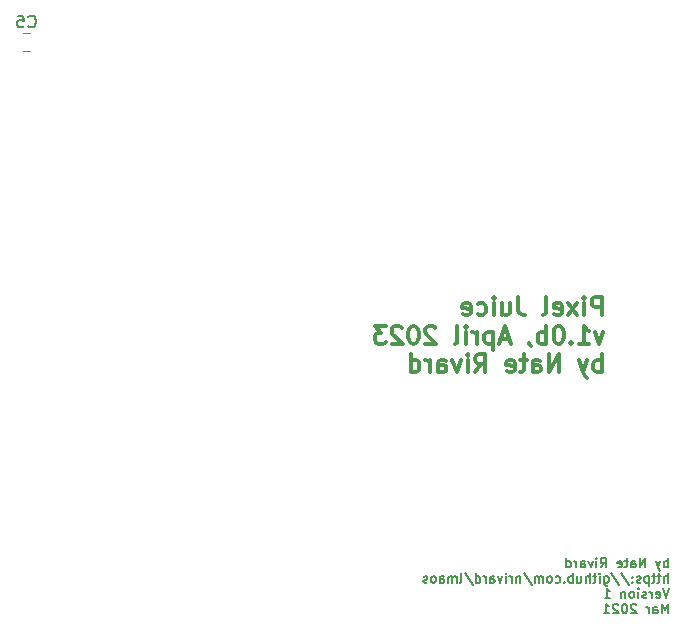
<source format=gbr>
%TF.GenerationSoftware,KiCad,Pcbnew,(6.0.5-0)*%
%TF.CreationDate,2023-04-14T17:42:22+02:00*%
%TF.ProjectId,pixel juice,70697865-6c20-46a7-9569-63652e6b6963,rev?*%
%TF.SameCoordinates,Original*%
%TF.FileFunction,Legend,Bot*%
%TF.FilePolarity,Positive*%
%FSLAX46Y46*%
G04 Gerber Fmt 4.6, Leading zero omitted, Abs format (unit mm)*
G04 Created by KiCad (PCBNEW (6.0.5-0)) date 2023-04-14 17:42:22*
%MOMM*%
%LPD*%
G01*
G04 APERTURE LIST*
%ADD10C,0.150000*%
%ADD11C,0.300000*%
%ADD12C,0.120000*%
G04 APERTURE END LIST*
D10*
X192112023Y-124029904D02*
X192112023Y-123229904D01*
X192112023Y-123534666D02*
X192035833Y-123496571D01*
X191883452Y-123496571D01*
X191807261Y-123534666D01*
X191769166Y-123572761D01*
X191731071Y-123648952D01*
X191731071Y-123877523D01*
X191769166Y-123953714D01*
X191807261Y-123991809D01*
X191883452Y-124029904D01*
X192035833Y-124029904D01*
X192112023Y-123991809D01*
X191464404Y-123496571D02*
X191273928Y-124029904D01*
X191083452Y-123496571D02*
X191273928Y-124029904D01*
X191350119Y-124220380D01*
X191388214Y-124258476D01*
X191464404Y-124296571D01*
X190169166Y-124029904D02*
X190169166Y-123229904D01*
X189712023Y-124029904D01*
X189712023Y-123229904D01*
X188988214Y-124029904D02*
X188988214Y-123610857D01*
X189026309Y-123534666D01*
X189102500Y-123496571D01*
X189254880Y-123496571D01*
X189331071Y-123534666D01*
X188988214Y-123991809D02*
X189064404Y-124029904D01*
X189254880Y-124029904D01*
X189331071Y-123991809D01*
X189369166Y-123915619D01*
X189369166Y-123839428D01*
X189331071Y-123763238D01*
X189254880Y-123725142D01*
X189064404Y-123725142D01*
X188988214Y-123687047D01*
X188721547Y-123496571D02*
X188416785Y-123496571D01*
X188607261Y-123229904D02*
X188607261Y-123915619D01*
X188569166Y-123991809D01*
X188492976Y-124029904D01*
X188416785Y-124029904D01*
X187845357Y-123991809D02*
X187921547Y-124029904D01*
X188073928Y-124029904D01*
X188150119Y-123991809D01*
X188188214Y-123915619D01*
X188188214Y-123610857D01*
X188150119Y-123534666D01*
X188073928Y-123496571D01*
X187921547Y-123496571D01*
X187845357Y-123534666D01*
X187807261Y-123610857D01*
X187807261Y-123687047D01*
X188188214Y-123763238D01*
X186397738Y-124029904D02*
X186664404Y-123648952D01*
X186854880Y-124029904D02*
X186854880Y-123229904D01*
X186550119Y-123229904D01*
X186473928Y-123268000D01*
X186435833Y-123306095D01*
X186397738Y-123382285D01*
X186397738Y-123496571D01*
X186435833Y-123572761D01*
X186473928Y-123610857D01*
X186550119Y-123648952D01*
X186854880Y-123648952D01*
X186054880Y-124029904D02*
X186054880Y-123496571D01*
X186054880Y-123229904D02*
X186092976Y-123268000D01*
X186054880Y-123306095D01*
X186016785Y-123268000D01*
X186054880Y-123229904D01*
X186054880Y-123306095D01*
X185750119Y-123496571D02*
X185559642Y-124029904D01*
X185369166Y-123496571D01*
X184721547Y-124029904D02*
X184721547Y-123610857D01*
X184759642Y-123534666D01*
X184835833Y-123496571D01*
X184988214Y-123496571D01*
X185064404Y-123534666D01*
X184721547Y-123991809D02*
X184797738Y-124029904D01*
X184988214Y-124029904D01*
X185064404Y-123991809D01*
X185102500Y-123915619D01*
X185102500Y-123839428D01*
X185064404Y-123763238D01*
X184988214Y-123725142D01*
X184797738Y-123725142D01*
X184721547Y-123687047D01*
X184340595Y-124029904D02*
X184340595Y-123496571D01*
X184340595Y-123648952D02*
X184302500Y-123572761D01*
X184264404Y-123534666D01*
X184188214Y-123496571D01*
X184112023Y-123496571D01*
X183502500Y-124029904D02*
X183502500Y-123229904D01*
X183502500Y-123991809D02*
X183578690Y-124029904D01*
X183731071Y-124029904D01*
X183807261Y-123991809D01*
X183845357Y-123953714D01*
X183883452Y-123877523D01*
X183883452Y-123648952D01*
X183845357Y-123572761D01*
X183807261Y-123534666D01*
X183731071Y-123496571D01*
X183578690Y-123496571D01*
X183502500Y-123534666D01*
X192112023Y-125317904D02*
X192112023Y-124517904D01*
X191769166Y-125317904D02*
X191769166Y-124898857D01*
X191807261Y-124822666D01*
X191883452Y-124784571D01*
X191997738Y-124784571D01*
X192073928Y-124822666D01*
X192112023Y-124860761D01*
X191502500Y-124784571D02*
X191197738Y-124784571D01*
X191388214Y-124517904D02*
X191388214Y-125203619D01*
X191350119Y-125279809D01*
X191273928Y-125317904D01*
X191197738Y-125317904D01*
X191045357Y-124784571D02*
X190740595Y-124784571D01*
X190931071Y-124517904D02*
X190931071Y-125203619D01*
X190892976Y-125279809D01*
X190816785Y-125317904D01*
X190740595Y-125317904D01*
X190473928Y-124784571D02*
X190473928Y-125584571D01*
X190473928Y-124822666D02*
X190397738Y-124784571D01*
X190245357Y-124784571D01*
X190169166Y-124822666D01*
X190131071Y-124860761D01*
X190092976Y-124936952D01*
X190092976Y-125165523D01*
X190131071Y-125241714D01*
X190169166Y-125279809D01*
X190245357Y-125317904D01*
X190397738Y-125317904D01*
X190473928Y-125279809D01*
X189788214Y-125279809D02*
X189712023Y-125317904D01*
X189559642Y-125317904D01*
X189483452Y-125279809D01*
X189445357Y-125203619D01*
X189445357Y-125165523D01*
X189483452Y-125089333D01*
X189559642Y-125051238D01*
X189673928Y-125051238D01*
X189750119Y-125013142D01*
X189788214Y-124936952D01*
X189788214Y-124898857D01*
X189750119Y-124822666D01*
X189673928Y-124784571D01*
X189559642Y-124784571D01*
X189483452Y-124822666D01*
X189102500Y-125241714D02*
X189064404Y-125279809D01*
X189102500Y-125317904D01*
X189140595Y-125279809D01*
X189102500Y-125241714D01*
X189102500Y-125317904D01*
X189102500Y-124822666D02*
X189064404Y-124860761D01*
X189102500Y-124898857D01*
X189140595Y-124860761D01*
X189102500Y-124822666D01*
X189102500Y-124898857D01*
X188150119Y-124479809D02*
X188835833Y-125508380D01*
X187312023Y-124479809D02*
X187997738Y-125508380D01*
X186702499Y-124784571D02*
X186702499Y-125432190D01*
X186740595Y-125508380D01*
X186778690Y-125546476D01*
X186854880Y-125584571D01*
X186969166Y-125584571D01*
X187045357Y-125546476D01*
X186702499Y-125279809D02*
X186778690Y-125317904D01*
X186931071Y-125317904D01*
X187007261Y-125279809D01*
X187045357Y-125241714D01*
X187083452Y-125165523D01*
X187083452Y-124936952D01*
X187045357Y-124860761D01*
X187007261Y-124822666D01*
X186931071Y-124784571D01*
X186778690Y-124784571D01*
X186702499Y-124822666D01*
X186321547Y-125317904D02*
X186321547Y-124784571D01*
X186321547Y-124517904D02*
X186359642Y-124556000D01*
X186321547Y-124594095D01*
X186283452Y-124556000D01*
X186321547Y-124517904D01*
X186321547Y-124594095D01*
X186054880Y-124784571D02*
X185750119Y-124784571D01*
X185940595Y-124517904D02*
X185940595Y-125203619D01*
X185902499Y-125279809D01*
X185826309Y-125317904D01*
X185750119Y-125317904D01*
X185483452Y-125317904D02*
X185483452Y-124517904D01*
X185140595Y-125317904D02*
X185140595Y-124898857D01*
X185178690Y-124822666D01*
X185254880Y-124784571D01*
X185369166Y-124784571D01*
X185445357Y-124822666D01*
X185483452Y-124860761D01*
X184416785Y-124784571D02*
X184416785Y-125317904D01*
X184759642Y-124784571D02*
X184759642Y-125203619D01*
X184721547Y-125279809D01*
X184645357Y-125317904D01*
X184531071Y-125317904D01*
X184454880Y-125279809D01*
X184416785Y-125241714D01*
X184035833Y-125317904D02*
X184035833Y-124517904D01*
X184035833Y-124822666D02*
X183959642Y-124784571D01*
X183807261Y-124784571D01*
X183731071Y-124822666D01*
X183692976Y-124860761D01*
X183654880Y-124936952D01*
X183654880Y-125165523D01*
X183692976Y-125241714D01*
X183731071Y-125279809D01*
X183807261Y-125317904D01*
X183959642Y-125317904D01*
X184035833Y-125279809D01*
X183312023Y-125241714D02*
X183273928Y-125279809D01*
X183312023Y-125317904D01*
X183350119Y-125279809D01*
X183312023Y-125241714D01*
X183312023Y-125317904D01*
X182588214Y-125279809D02*
X182664404Y-125317904D01*
X182816785Y-125317904D01*
X182892976Y-125279809D01*
X182931071Y-125241714D01*
X182969166Y-125165523D01*
X182969166Y-124936952D01*
X182931071Y-124860761D01*
X182892976Y-124822666D01*
X182816785Y-124784571D01*
X182664404Y-124784571D01*
X182588214Y-124822666D01*
X182131071Y-125317904D02*
X182207261Y-125279809D01*
X182245357Y-125241714D01*
X182283452Y-125165523D01*
X182283452Y-124936952D01*
X182245357Y-124860761D01*
X182207261Y-124822666D01*
X182131071Y-124784571D01*
X182016785Y-124784571D01*
X181940595Y-124822666D01*
X181902499Y-124860761D01*
X181864404Y-124936952D01*
X181864404Y-125165523D01*
X181902499Y-125241714D01*
X181940595Y-125279809D01*
X182016785Y-125317904D01*
X182131071Y-125317904D01*
X181521547Y-125317904D02*
X181521547Y-124784571D01*
X181521547Y-124860761D02*
X181483452Y-124822666D01*
X181407261Y-124784571D01*
X181292976Y-124784571D01*
X181216785Y-124822666D01*
X181178690Y-124898857D01*
X181178690Y-125317904D01*
X181178690Y-124898857D02*
X181140595Y-124822666D01*
X181064404Y-124784571D01*
X180950119Y-124784571D01*
X180873928Y-124822666D01*
X180835833Y-124898857D01*
X180835833Y-125317904D01*
X179883452Y-124479809D02*
X180569166Y-125508380D01*
X179616785Y-124784571D02*
X179616785Y-125317904D01*
X179616785Y-124860761D02*
X179578690Y-124822666D01*
X179502499Y-124784571D01*
X179388214Y-124784571D01*
X179312023Y-124822666D01*
X179273928Y-124898857D01*
X179273928Y-125317904D01*
X178892976Y-125317904D02*
X178892976Y-124784571D01*
X178892976Y-124936952D02*
X178854880Y-124860761D01*
X178816785Y-124822666D01*
X178740595Y-124784571D01*
X178664404Y-124784571D01*
X178397738Y-125317904D02*
X178397738Y-124784571D01*
X178397738Y-124517904D02*
X178435833Y-124556000D01*
X178397738Y-124594095D01*
X178359642Y-124556000D01*
X178397738Y-124517904D01*
X178397738Y-124594095D01*
X178092976Y-124784571D02*
X177902499Y-125317904D01*
X177712023Y-124784571D01*
X177064404Y-125317904D02*
X177064404Y-124898857D01*
X177102499Y-124822666D01*
X177178690Y-124784571D01*
X177331071Y-124784571D01*
X177407261Y-124822666D01*
X177064404Y-125279809D02*
X177140595Y-125317904D01*
X177331071Y-125317904D01*
X177407261Y-125279809D01*
X177445357Y-125203619D01*
X177445357Y-125127428D01*
X177407261Y-125051238D01*
X177331071Y-125013142D01*
X177140595Y-125013142D01*
X177064404Y-124975047D01*
X176683452Y-125317904D02*
X176683452Y-124784571D01*
X176683452Y-124936952D02*
X176645357Y-124860761D01*
X176607261Y-124822666D01*
X176531071Y-124784571D01*
X176454880Y-124784571D01*
X175845357Y-125317904D02*
X175845357Y-124517904D01*
X175845357Y-125279809D02*
X175921547Y-125317904D01*
X176073928Y-125317904D01*
X176150119Y-125279809D01*
X176188214Y-125241714D01*
X176226309Y-125165523D01*
X176226309Y-124936952D01*
X176188214Y-124860761D01*
X176150119Y-124822666D01*
X176073928Y-124784571D01*
X175921547Y-124784571D01*
X175845357Y-124822666D01*
X174892976Y-124479809D02*
X175578690Y-125508380D01*
X174512023Y-125317904D02*
X174588214Y-125279809D01*
X174626309Y-125203619D01*
X174626309Y-124517904D01*
X174207261Y-125317904D02*
X174207261Y-124784571D01*
X174207261Y-124860761D02*
X174169166Y-124822666D01*
X174092976Y-124784571D01*
X173978690Y-124784571D01*
X173902500Y-124822666D01*
X173864404Y-124898857D01*
X173864404Y-125317904D01*
X173864404Y-124898857D02*
X173826309Y-124822666D01*
X173750119Y-124784571D01*
X173635833Y-124784571D01*
X173559642Y-124822666D01*
X173521547Y-124898857D01*
X173521547Y-125317904D01*
X172797738Y-125317904D02*
X172797738Y-124898857D01*
X172835833Y-124822666D01*
X172912023Y-124784571D01*
X173064404Y-124784571D01*
X173140595Y-124822666D01*
X172797738Y-125279809D02*
X172873928Y-125317904D01*
X173064404Y-125317904D01*
X173140595Y-125279809D01*
X173178690Y-125203619D01*
X173178690Y-125127428D01*
X173140595Y-125051238D01*
X173064404Y-125013142D01*
X172873928Y-125013142D01*
X172797738Y-124975047D01*
X172302500Y-125317904D02*
X172378690Y-125279809D01*
X172416785Y-125241714D01*
X172454880Y-125165523D01*
X172454880Y-124936952D01*
X172416785Y-124860761D01*
X172378690Y-124822666D01*
X172302500Y-124784571D01*
X172188214Y-124784571D01*
X172112023Y-124822666D01*
X172073928Y-124860761D01*
X172035833Y-124936952D01*
X172035833Y-125165523D01*
X172073928Y-125241714D01*
X172112023Y-125279809D01*
X172188214Y-125317904D01*
X172302500Y-125317904D01*
X171731071Y-125279809D02*
X171654880Y-125317904D01*
X171502500Y-125317904D01*
X171426309Y-125279809D01*
X171388214Y-125203619D01*
X171388214Y-125165523D01*
X171426309Y-125089333D01*
X171502500Y-125051238D01*
X171616785Y-125051238D01*
X171692976Y-125013142D01*
X171731071Y-124936952D01*
X171731071Y-124898857D01*
X171692976Y-124822666D01*
X171616785Y-124784571D01*
X171502500Y-124784571D01*
X171426309Y-124822666D01*
X192226309Y-125805904D02*
X191959642Y-126605904D01*
X191692976Y-125805904D01*
X191121547Y-126567809D02*
X191197738Y-126605904D01*
X191350119Y-126605904D01*
X191426309Y-126567809D01*
X191464404Y-126491619D01*
X191464404Y-126186857D01*
X191426309Y-126110666D01*
X191350119Y-126072571D01*
X191197738Y-126072571D01*
X191121547Y-126110666D01*
X191083452Y-126186857D01*
X191083452Y-126263047D01*
X191464404Y-126339238D01*
X190740595Y-126605904D02*
X190740595Y-126072571D01*
X190740595Y-126224952D02*
X190702500Y-126148761D01*
X190664404Y-126110666D01*
X190588214Y-126072571D01*
X190512023Y-126072571D01*
X190283452Y-126567809D02*
X190207261Y-126605904D01*
X190054880Y-126605904D01*
X189978690Y-126567809D01*
X189940595Y-126491619D01*
X189940595Y-126453523D01*
X189978690Y-126377333D01*
X190054880Y-126339238D01*
X190169166Y-126339238D01*
X190245357Y-126301142D01*
X190283452Y-126224952D01*
X190283452Y-126186857D01*
X190245357Y-126110666D01*
X190169166Y-126072571D01*
X190054880Y-126072571D01*
X189978690Y-126110666D01*
X189597738Y-126605904D02*
X189597738Y-126072571D01*
X189597738Y-125805904D02*
X189635833Y-125844000D01*
X189597738Y-125882095D01*
X189559642Y-125844000D01*
X189597738Y-125805904D01*
X189597738Y-125882095D01*
X189102500Y-126605904D02*
X189178690Y-126567809D01*
X189216785Y-126529714D01*
X189254880Y-126453523D01*
X189254880Y-126224952D01*
X189216785Y-126148761D01*
X189178690Y-126110666D01*
X189102500Y-126072571D01*
X188988214Y-126072571D01*
X188912023Y-126110666D01*
X188873928Y-126148761D01*
X188835833Y-126224952D01*
X188835833Y-126453523D01*
X188873928Y-126529714D01*
X188912023Y-126567809D01*
X188988214Y-126605904D01*
X189102500Y-126605904D01*
X188492976Y-126072571D02*
X188492976Y-126605904D01*
X188492976Y-126148761D02*
X188454880Y-126110666D01*
X188378690Y-126072571D01*
X188264404Y-126072571D01*
X188188214Y-126110666D01*
X188150119Y-126186857D01*
X188150119Y-126605904D01*
X186740595Y-126605904D02*
X187197738Y-126605904D01*
X186969166Y-126605904D02*
X186969166Y-125805904D01*
X187045357Y-125920190D01*
X187121547Y-125996380D01*
X187197738Y-126034476D01*
X192112023Y-127893904D02*
X192112023Y-127093904D01*
X191845357Y-127665333D01*
X191578690Y-127093904D01*
X191578690Y-127893904D01*
X190854880Y-127893904D02*
X190854880Y-127474857D01*
X190892976Y-127398666D01*
X190969166Y-127360571D01*
X191121547Y-127360571D01*
X191197738Y-127398666D01*
X190854880Y-127855809D02*
X190931071Y-127893904D01*
X191121547Y-127893904D01*
X191197738Y-127855809D01*
X191235833Y-127779619D01*
X191235833Y-127703428D01*
X191197738Y-127627238D01*
X191121547Y-127589142D01*
X190931071Y-127589142D01*
X190854880Y-127551047D01*
X190473928Y-127893904D02*
X190473928Y-127360571D01*
X190473928Y-127512952D02*
X190435833Y-127436761D01*
X190397738Y-127398666D01*
X190321547Y-127360571D01*
X190245357Y-127360571D01*
X189407261Y-127170095D02*
X189369166Y-127132000D01*
X189292976Y-127093904D01*
X189102500Y-127093904D01*
X189026309Y-127132000D01*
X188988214Y-127170095D01*
X188950119Y-127246285D01*
X188950119Y-127322476D01*
X188988214Y-127436761D01*
X189445357Y-127893904D01*
X188950119Y-127893904D01*
X188454880Y-127093904D02*
X188378690Y-127093904D01*
X188302500Y-127132000D01*
X188264404Y-127170095D01*
X188226309Y-127246285D01*
X188188214Y-127398666D01*
X188188214Y-127589142D01*
X188226309Y-127741523D01*
X188264404Y-127817714D01*
X188302500Y-127855809D01*
X188378690Y-127893904D01*
X188454880Y-127893904D01*
X188531071Y-127855809D01*
X188569166Y-127817714D01*
X188607261Y-127741523D01*
X188645357Y-127589142D01*
X188645357Y-127398666D01*
X188607261Y-127246285D01*
X188569166Y-127170095D01*
X188531071Y-127132000D01*
X188454880Y-127093904D01*
X187883452Y-127170095D02*
X187845357Y-127132000D01*
X187769166Y-127093904D01*
X187578690Y-127093904D01*
X187502500Y-127132000D01*
X187464404Y-127170095D01*
X187426309Y-127246285D01*
X187426309Y-127322476D01*
X187464404Y-127436761D01*
X187921547Y-127893904D01*
X187426309Y-127893904D01*
X186664404Y-127893904D02*
X187121547Y-127893904D01*
X186892976Y-127893904D02*
X186892976Y-127093904D01*
X186969166Y-127208190D01*
X187045357Y-127284380D01*
X187121547Y-127322476D01*
D11*
X186497857Y-102663571D02*
X186497857Y-101163571D01*
X185926428Y-101163571D01*
X185783571Y-101235000D01*
X185712142Y-101306428D01*
X185640714Y-101449285D01*
X185640714Y-101663571D01*
X185712142Y-101806428D01*
X185783571Y-101877857D01*
X185926428Y-101949285D01*
X186497857Y-101949285D01*
X184997857Y-102663571D02*
X184997857Y-101663571D01*
X184997857Y-101163571D02*
X185069285Y-101235000D01*
X184997857Y-101306428D01*
X184926428Y-101235000D01*
X184997857Y-101163571D01*
X184997857Y-101306428D01*
X184426428Y-102663571D02*
X183640714Y-101663571D01*
X184426428Y-101663571D02*
X183640714Y-102663571D01*
X182497857Y-102592142D02*
X182640714Y-102663571D01*
X182926428Y-102663571D01*
X183069285Y-102592142D01*
X183140714Y-102449285D01*
X183140714Y-101877857D01*
X183069285Y-101735000D01*
X182926428Y-101663571D01*
X182640714Y-101663571D01*
X182497857Y-101735000D01*
X182426428Y-101877857D01*
X182426428Y-102020714D01*
X183140714Y-102163571D01*
X181569285Y-102663571D02*
X181712142Y-102592142D01*
X181783571Y-102449285D01*
X181783571Y-101163571D01*
X179426428Y-101163571D02*
X179426428Y-102235000D01*
X179497857Y-102449285D01*
X179640714Y-102592142D01*
X179855000Y-102663571D01*
X179997857Y-102663571D01*
X178069285Y-101663571D02*
X178069285Y-102663571D01*
X178712142Y-101663571D02*
X178712142Y-102449285D01*
X178640714Y-102592142D01*
X178497857Y-102663571D01*
X178283571Y-102663571D01*
X178140714Y-102592142D01*
X178069285Y-102520714D01*
X177355000Y-102663571D02*
X177355000Y-101663571D01*
X177355000Y-101163571D02*
X177426428Y-101235000D01*
X177355000Y-101306428D01*
X177283571Y-101235000D01*
X177355000Y-101163571D01*
X177355000Y-101306428D01*
X175997857Y-102592142D02*
X176140714Y-102663571D01*
X176426428Y-102663571D01*
X176569285Y-102592142D01*
X176640714Y-102520714D01*
X176712142Y-102377857D01*
X176712142Y-101949285D01*
X176640714Y-101806428D01*
X176569285Y-101735000D01*
X176426428Y-101663571D01*
X176140714Y-101663571D01*
X175997857Y-101735000D01*
X174783571Y-102592142D02*
X174926428Y-102663571D01*
X175212142Y-102663571D01*
X175355000Y-102592142D01*
X175426428Y-102449285D01*
X175426428Y-101877857D01*
X175355000Y-101735000D01*
X175212142Y-101663571D01*
X174926428Y-101663571D01*
X174783571Y-101735000D01*
X174712142Y-101877857D01*
X174712142Y-102020714D01*
X175426428Y-102163571D01*
X186640714Y-104078571D02*
X186283571Y-105078571D01*
X185926428Y-104078571D01*
X184569285Y-105078571D02*
X185426428Y-105078571D01*
X184997857Y-105078571D02*
X184997857Y-103578571D01*
X185140714Y-103792857D01*
X185283571Y-103935714D01*
X185426428Y-104007142D01*
X183926428Y-104935714D02*
X183855000Y-105007142D01*
X183926428Y-105078571D01*
X183997857Y-105007142D01*
X183926428Y-104935714D01*
X183926428Y-105078571D01*
X182926428Y-103578571D02*
X182783571Y-103578571D01*
X182640714Y-103650000D01*
X182569285Y-103721428D01*
X182497857Y-103864285D01*
X182426428Y-104150000D01*
X182426428Y-104507142D01*
X182497857Y-104792857D01*
X182569285Y-104935714D01*
X182640714Y-105007142D01*
X182783571Y-105078571D01*
X182926428Y-105078571D01*
X183069285Y-105007142D01*
X183140714Y-104935714D01*
X183212142Y-104792857D01*
X183283571Y-104507142D01*
X183283571Y-104150000D01*
X183212142Y-103864285D01*
X183140714Y-103721428D01*
X183069285Y-103650000D01*
X182926428Y-103578571D01*
X181783571Y-105078571D02*
X181783571Y-103578571D01*
X181783571Y-104150000D02*
X181640714Y-104078571D01*
X181355000Y-104078571D01*
X181212142Y-104150000D01*
X181140714Y-104221428D01*
X181069285Y-104364285D01*
X181069285Y-104792857D01*
X181140714Y-104935714D01*
X181212142Y-105007142D01*
X181355000Y-105078571D01*
X181640714Y-105078571D01*
X181783571Y-105007142D01*
X180355000Y-105007142D02*
X180355000Y-105078571D01*
X180426428Y-105221428D01*
X180497857Y-105292857D01*
X178640714Y-104650000D02*
X177926428Y-104650000D01*
X178783571Y-105078571D02*
X178283571Y-103578571D01*
X177783571Y-105078571D01*
X177283571Y-104078571D02*
X177283571Y-105578571D01*
X177283571Y-104150000D02*
X177140714Y-104078571D01*
X176855000Y-104078571D01*
X176712142Y-104150000D01*
X176640714Y-104221428D01*
X176569285Y-104364285D01*
X176569285Y-104792857D01*
X176640714Y-104935714D01*
X176712142Y-105007142D01*
X176855000Y-105078571D01*
X177140714Y-105078571D01*
X177283571Y-105007142D01*
X175926428Y-105078571D02*
X175926428Y-104078571D01*
X175926428Y-104364285D02*
X175855000Y-104221428D01*
X175783571Y-104150000D01*
X175640714Y-104078571D01*
X175497857Y-104078571D01*
X174997857Y-105078571D02*
X174997857Y-104078571D01*
X174997857Y-103578571D02*
X175069285Y-103650000D01*
X174997857Y-103721428D01*
X174926428Y-103650000D01*
X174997857Y-103578571D01*
X174997857Y-103721428D01*
X174069285Y-105078571D02*
X174212142Y-105007142D01*
X174283571Y-104864285D01*
X174283571Y-103578571D01*
X172426428Y-103721428D02*
X172355000Y-103650000D01*
X172212142Y-103578571D01*
X171855000Y-103578571D01*
X171712142Y-103650000D01*
X171640714Y-103721428D01*
X171569285Y-103864285D01*
X171569285Y-104007142D01*
X171640714Y-104221428D01*
X172497857Y-105078571D01*
X171569285Y-105078571D01*
X170640714Y-103578571D02*
X170497857Y-103578571D01*
X170355000Y-103650000D01*
X170283571Y-103721428D01*
X170212142Y-103864285D01*
X170140714Y-104150000D01*
X170140714Y-104507142D01*
X170212142Y-104792857D01*
X170283571Y-104935714D01*
X170355000Y-105007142D01*
X170497857Y-105078571D01*
X170640714Y-105078571D01*
X170783571Y-105007142D01*
X170855000Y-104935714D01*
X170926428Y-104792857D01*
X170997857Y-104507142D01*
X170997857Y-104150000D01*
X170926428Y-103864285D01*
X170855000Y-103721428D01*
X170783571Y-103650000D01*
X170640714Y-103578571D01*
X169569285Y-103721428D02*
X169497857Y-103650000D01*
X169355000Y-103578571D01*
X168997857Y-103578571D01*
X168855000Y-103650000D01*
X168783571Y-103721428D01*
X168712142Y-103864285D01*
X168712142Y-104007142D01*
X168783571Y-104221428D01*
X169640714Y-105078571D01*
X168712142Y-105078571D01*
X168212142Y-103578571D02*
X167283571Y-103578571D01*
X167783571Y-104150000D01*
X167569285Y-104150000D01*
X167426428Y-104221428D01*
X167355000Y-104292857D01*
X167283571Y-104435714D01*
X167283571Y-104792857D01*
X167355000Y-104935714D01*
X167426428Y-105007142D01*
X167569285Y-105078571D01*
X167997857Y-105078571D01*
X168140714Y-105007142D01*
X168212142Y-104935714D01*
X186497857Y-107493571D02*
X186497857Y-105993571D01*
X186497857Y-106565000D02*
X186355000Y-106493571D01*
X186069285Y-106493571D01*
X185926428Y-106565000D01*
X185855000Y-106636428D01*
X185783571Y-106779285D01*
X185783571Y-107207857D01*
X185855000Y-107350714D01*
X185926428Y-107422142D01*
X186069285Y-107493571D01*
X186355000Y-107493571D01*
X186497857Y-107422142D01*
X185283571Y-106493571D02*
X184926428Y-107493571D01*
X184569285Y-106493571D02*
X184926428Y-107493571D01*
X185069285Y-107850714D01*
X185140714Y-107922142D01*
X185283571Y-107993571D01*
X182855000Y-107493571D02*
X182855000Y-105993571D01*
X181997857Y-107493571D01*
X181997857Y-105993571D01*
X180640714Y-107493571D02*
X180640714Y-106707857D01*
X180712142Y-106565000D01*
X180855000Y-106493571D01*
X181140714Y-106493571D01*
X181283571Y-106565000D01*
X180640714Y-107422142D02*
X180783571Y-107493571D01*
X181140714Y-107493571D01*
X181283571Y-107422142D01*
X181355000Y-107279285D01*
X181355000Y-107136428D01*
X181283571Y-106993571D01*
X181140714Y-106922142D01*
X180783571Y-106922142D01*
X180640714Y-106850714D01*
X180140714Y-106493571D02*
X179569285Y-106493571D01*
X179926428Y-105993571D02*
X179926428Y-107279285D01*
X179855000Y-107422142D01*
X179712142Y-107493571D01*
X179569285Y-107493571D01*
X178497857Y-107422142D02*
X178640714Y-107493571D01*
X178926428Y-107493571D01*
X179069285Y-107422142D01*
X179140714Y-107279285D01*
X179140714Y-106707857D01*
X179069285Y-106565000D01*
X178926428Y-106493571D01*
X178640714Y-106493571D01*
X178497857Y-106565000D01*
X178426428Y-106707857D01*
X178426428Y-106850714D01*
X179140714Y-106993571D01*
X175783571Y-107493571D02*
X176283571Y-106779285D01*
X176640714Y-107493571D02*
X176640714Y-105993571D01*
X176069285Y-105993571D01*
X175926428Y-106065000D01*
X175855000Y-106136428D01*
X175783571Y-106279285D01*
X175783571Y-106493571D01*
X175855000Y-106636428D01*
X175926428Y-106707857D01*
X176069285Y-106779285D01*
X176640714Y-106779285D01*
X175140714Y-107493571D02*
X175140714Y-106493571D01*
X175140714Y-105993571D02*
X175212142Y-106065000D01*
X175140714Y-106136428D01*
X175069285Y-106065000D01*
X175140714Y-105993571D01*
X175140714Y-106136428D01*
X174569285Y-106493571D02*
X174212142Y-107493571D01*
X173855000Y-106493571D01*
X172640714Y-107493571D02*
X172640714Y-106707857D01*
X172712142Y-106565000D01*
X172855000Y-106493571D01*
X173140714Y-106493571D01*
X173283571Y-106565000D01*
X172640714Y-107422142D02*
X172783571Y-107493571D01*
X173140714Y-107493571D01*
X173283571Y-107422142D01*
X173355000Y-107279285D01*
X173355000Y-107136428D01*
X173283571Y-106993571D01*
X173140714Y-106922142D01*
X172783571Y-106922142D01*
X172640714Y-106850714D01*
X171926428Y-107493571D02*
X171926428Y-106493571D01*
X171926428Y-106779285D02*
X171855000Y-106636428D01*
X171783571Y-106565000D01*
X171640714Y-106493571D01*
X171497857Y-106493571D01*
X170355000Y-107493571D02*
X170355000Y-105993571D01*
X170355000Y-107422142D02*
X170497857Y-107493571D01*
X170783571Y-107493571D01*
X170926428Y-107422142D01*
X170997857Y-107350714D01*
X171069285Y-107207857D01*
X171069285Y-106779285D01*
X170997857Y-106636428D01*
X170926428Y-106565000D01*
X170783571Y-106493571D01*
X170497857Y-106493571D01*
X170355000Y-106565000D01*
D10*
%TO.C,C5*%
X137966666Y-78207142D02*
X138014285Y-78254761D01*
X138157142Y-78302380D01*
X138252380Y-78302380D01*
X138395238Y-78254761D01*
X138490476Y-78159523D01*
X138538095Y-78064285D01*
X138585714Y-77873809D01*
X138585714Y-77730952D01*
X138538095Y-77540476D01*
X138490476Y-77445238D01*
X138395238Y-77350000D01*
X138252380Y-77302380D01*
X138157142Y-77302380D01*
X138014285Y-77350000D01*
X137966666Y-77397619D01*
X137061904Y-77302380D02*
X137538095Y-77302380D01*
X137585714Y-77778571D01*
X137538095Y-77730952D01*
X137442857Y-77683333D01*
X137204761Y-77683333D01*
X137109523Y-77730952D01*
X137061904Y-77778571D01*
X137014285Y-77873809D01*
X137014285Y-78111904D01*
X137061904Y-78207142D01*
X137109523Y-78254761D01*
X137204761Y-78302380D01*
X137442857Y-78302380D01*
X137538095Y-78254761D01*
X137585714Y-78207142D01*
D12*
X137538748Y-78815000D02*
X138061252Y-78815000D01*
X137538748Y-80285000D02*
X138061252Y-80285000D01*
%TD*%
M02*

</source>
